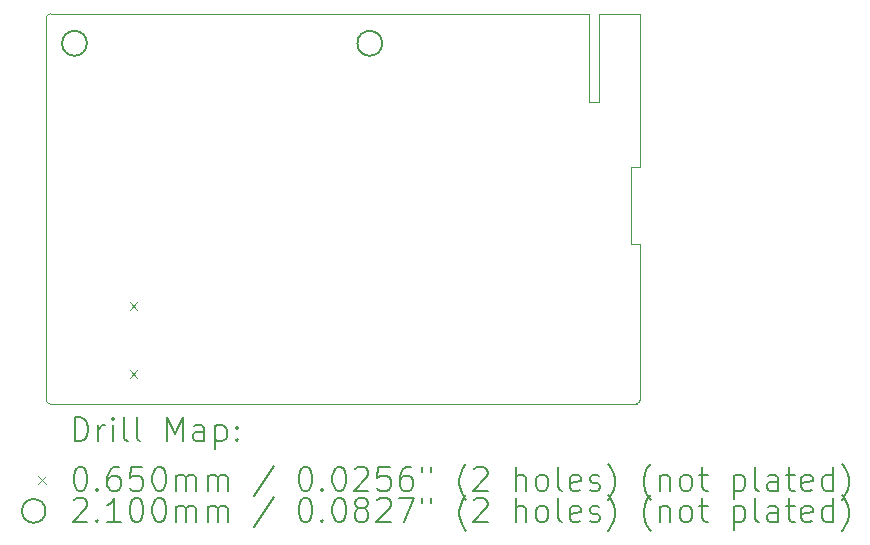
<source format=gbr>
%TF.GenerationSoftware,KiCad,Pcbnew,7.0.1-3b83917a11~172~ubuntu22.04.1*%
%TF.CreationDate,2023-04-25T14:52:25+02:00*%
%TF.ProjectId,sharp-lcd-128x128,73686172-702d-46c6-9364-2d3132387831,rev?*%
%TF.SameCoordinates,Original*%
%TF.FileFunction,Drillmap*%
%TF.FilePolarity,Positive*%
%FSLAX45Y45*%
G04 Gerber Fmt 4.5, Leading zero omitted, Abs format (unit mm)*
G04 Created by KiCad (PCBNEW 7.0.1-3b83917a11~172~ubuntu22.04.1) date 2023-04-25 14:52:25*
%MOMM*%
%LPD*%
G01*
G04 APERTURE LIST*
%ADD10C,0.100000*%
%ADD11C,0.200000*%
%ADD12C,0.065000*%
%ADD13C,0.210000*%
G04 APERTURE END LIST*
D10*
X7230000Y-6250000D02*
X12198787Y-6250000D01*
X7240000Y-2950000D02*
G75*
G03*
X7200000Y-2990000I0J-40000D01*
G01*
X12229000Y-2950000D02*
X12229000Y-4250000D01*
X12229000Y-2950000D02*
X11880000Y-2950000D01*
X7200000Y-2990000D02*
X7200000Y-6220000D01*
X12229000Y-4900000D02*
X12229000Y-6220000D01*
X11880000Y-3700000D02*
X11880000Y-2950000D01*
X12150000Y-4250000D02*
X12150000Y-4900000D01*
X11880000Y-3700000D02*
X11800000Y-3700000D01*
X12198787Y-6249787D02*
G75*
G03*
X12228787Y-6219787I3J29997D01*
G01*
X7200000Y-6220000D02*
G75*
G03*
X7230000Y-6250000I30000J0D01*
G01*
X12150000Y-4900000D02*
X12229000Y-4900000D01*
X12150000Y-4250000D02*
X12229000Y-4250000D01*
X11800000Y-2950000D02*
X7240000Y-2950000D01*
X11800000Y-3700000D02*
X11800000Y-2950000D01*
D11*
D12*
X7907500Y-5391000D02*
X7972500Y-5456000D01*
X7972500Y-5391000D02*
X7907500Y-5456000D01*
X7907500Y-5969000D02*
X7972500Y-6034000D01*
X7972500Y-5969000D02*
X7907500Y-6034000D01*
D13*
X7545000Y-3200000D02*
G75*
G03*
X7545000Y-3200000I-105000J0D01*
G01*
X10045000Y-3200000D02*
G75*
G03*
X10045000Y-3200000I-105000J0D01*
G01*
D11*
X7442619Y-6567524D02*
X7442619Y-6367524D01*
X7442619Y-6367524D02*
X7490238Y-6367524D01*
X7490238Y-6367524D02*
X7518809Y-6377048D01*
X7518809Y-6377048D02*
X7537857Y-6396095D01*
X7537857Y-6396095D02*
X7547381Y-6415143D01*
X7547381Y-6415143D02*
X7556905Y-6453238D01*
X7556905Y-6453238D02*
X7556905Y-6481809D01*
X7556905Y-6481809D02*
X7547381Y-6519905D01*
X7547381Y-6519905D02*
X7537857Y-6538952D01*
X7537857Y-6538952D02*
X7518809Y-6558000D01*
X7518809Y-6558000D02*
X7490238Y-6567524D01*
X7490238Y-6567524D02*
X7442619Y-6567524D01*
X7642619Y-6567524D02*
X7642619Y-6434190D01*
X7642619Y-6472286D02*
X7652143Y-6453238D01*
X7652143Y-6453238D02*
X7661667Y-6443714D01*
X7661667Y-6443714D02*
X7680714Y-6434190D01*
X7680714Y-6434190D02*
X7699762Y-6434190D01*
X7766428Y-6567524D02*
X7766428Y-6434190D01*
X7766428Y-6367524D02*
X7756905Y-6377048D01*
X7756905Y-6377048D02*
X7766428Y-6386571D01*
X7766428Y-6386571D02*
X7775952Y-6377048D01*
X7775952Y-6377048D02*
X7766428Y-6367524D01*
X7766428Y-6367524D02*
X7766428Y-6386571D01*
X7890238Y-6567524D02*
X7871190Y-6558000D01*
X7871190Y-6558000D02*
X7861667Y-6538952D01*
X7861667Y-6538952D02*
X7861667Y-6367524D01*
X7995000Y-6567524D02*
X7975952Y-6558000D01*
X7975952Y-6558000D02*
X7966428Y-6538952D01*
X7966428Y-6538952D02*
X7966428Y-6367524D01*
X8223571Y-6567524D02*
X8223571Y-6367524D01*
X8223571Y-6367524D02*
X8290238Y-6510381D01*
X8290238Y-6510381D02*
X8356905Y-6367524D01*
X8356905Y-6367524D02*
X8356905Y-6567524D01*
X8537857Y-6567524D02*
X8537857Y-6462762D01*
X8537857Y-6462762D02*
X8528333Y-6443714D01*
X8528333Y-6443714D02*
X8509286Y-6434190D01*
X8509286Y-6434190D02*
X8471190Y-6434190D01*
X8471190Y-6434190D02*
X8452143Y-6443714D01*
X8537857Y-6558000D02*
X8518810Y-6567524D01*
X8518810Y-6567524D02*
X8471190Y-6567524D01*
X8471190Y-6567524D02*
X8452143Y-6558000D01*
X8452143Y-6558000D02*
X8442619Y-6538952D01*
X8442619Y-6538952D02*
X8442619Y-6519905D01*
X8442619Y-6519905D02*
X8452143Y-6500857D01*
X8452143Y-6500857D02*
X8471190Y-6491333D01*
X8471190Y-6491333D02*
X8518810Y-6491333D01*
X8518810Y-6491333D02*
X8537857Y-6481809D01*
X8633095Y-6434190D02*
X8633095Y-6634190D01*
X8633095Y-6443714D02*
X8652143Y-6434190D01*
X8652143Y-6434190D02*
X8690238Y-6434190D01*
X8690238Y-6434190D02*
X8709286Y-6443714D01*
X8709286Y-6443714D02*
X8718810Y-6453238D01*
X8718810Y-6453238D02*
X8728333Y-6472286D01*
X8728333Y-6472286D02*
X8728333Y-6529428D01*
X8728333Y-6529428D02*
X8718810Y-6548476D01*
X8718810Y-6548476D02*
X8709286Y-6558000D01*
X8709286Y-6558000D02*
X8690238Y-6567524D01*
X8690238Y-6567524D02*
X8652143Y-6567524D01*
X8652143Y-6567524D02*
X8633095Y-6558000D01*
X8814048Y-6548476D02*
X8823571Y-6558000D01*
X8823571Y-6558000D02*
X8814048Y-6567524D01*
X8814048Y-6567524D02*
X8804524Y-6558000D01*
X8804524Y-6558000D02*
X8814048Y-6548476D01*
X8814048Y-6548476D02*
X8814048Y-6567524D01*
X8814048Y-6443714D02*
X8823571Y-6453238D01*
X8823571Y-6453238D02*
X8814048Y-6462762D01*
X8814048Y-6462762D02*
X8804524Y-6453238D01*
X8804524Y-6453238D02*
X8814048Y-6443714D01*
X8814048Y-6443714D02*
X8814048Y-6462762D01*
D12*
X7130000Y-6862500D02*
X7195000Y-6927500D01*
X7195000Y-6862500D02*
X7130000Y-6927500D01*
D11*
X7480714Y-6787524D02*
X7499762Y-6787524D01*
X7499762Y-6787524D02*
X7518809Y-6797048D01*
X7518809Y-6797048D02*
X7528333Y-6806571D01*
X7528333Y-6806571D02*
X7537857Y-6825619D01*
X7537857Y-6825619D02*
X7547381Y-6863714D01*
X7547381Y-6863714D02*
X7547381Y-6911333D01*
X7547381Y-6911333D02*
X7537857Y-6949428D01*
X7537857Y-6949428D02*
X7528333Y-6968476D01*
X7528333Y-6968476D02*
X7518809Y-6978000D01*
X7518809Y-6978000D02*
X7499762Y-6987524D01*
X7499762Y-6987524D02*
X7480714Y-6987524D01*
X7480714Y-6987524D02*
X7461667Y-6978000D01*
X7461667Y-6978000D02*
X7452143Y-6968476D01*
X7452143Y-6968476D02*
X7442619Y-6949428D01*
X7442619Y-6949428D02*
X7433095Y-6911333D01*
X7433095Y-6911333D02*
X7433095Y-6863714D01*
X7433095Y-6863714D02*
X7442619Y-6825619D01*
X7442619Y-6825619D02*
X7452143Y-6806571D01*
X7452143Y-6806571D02*
X7461667Y-6797048D01*
X7461667Y-6797048D02*
X7480714Y-6787524D01*
X7633095Y-6968476D02*
X7642619Y-6978000D01*
X7642619Y-6978000D02*
X7633095Y-6987524D01*
X7633095Y-6987524D02*
X7623571Y-6978000D01*
X7623571Y-6978000D02*
X7633095Y-6968476D01*
X7633095Y-6968476D02*
X7633095Y-6987524D01*
X7814048Y-6787524D02*
X7775952Y-6787524D01*
X7775952Y-6787524D02*
X7756905Y-6797048D01*
X7756905Y-6797048D02*
X7747381Y-6806571D01*
X7747381Y-6806571D02*
X7728333Y-6835143D01*
X7728333Y-6835143D02*
X7718809Y-6873238D01*
X7718809Y-6873238D02*
X7718809Y-6949428D01*
X7718809Y-6949428D02*
X7728333Y-6968476D01*
X7728333Y-6968476D02*
X7737857Y-6978000D01*
X7737857Y-6978000D02*
X7756905Y-6987524D01*
X7756905Y-6987524D02*
X7795000Y-6987524D01*
X7795000Y-6987524D02*
X7814048Y-6978000D01*
X7814048Y-6978000D02*
X7823571Y-6968476D01*
X7823571Y-6968476D02*
X7833095Y-6949428D01*
X7833095Y-6949428D02*
X7833095Y-6901809D01*
X7833095Y-6901809D02*
X7823571Y-6882762D01*
X7823571Y-6882762D02*
X7814048Y-6873238D01*
X7814048Y-6873238D02*
X7795000Y-6863714D01*
X7795000Y-6863714D02*
X7756905Y-6863714D01*
X7756905Y-6863714D02*
X7737857Y-6873238D01*
X7737857Y-6873238D02*
X7728333Y-6882762D01*
X7728333Y-6882762D02*
X7718809Y-6901809D01*
X8014048Y-6787524D02*
X7918809Y-6787524D01*
X7918809Y-6787524D02*
X7909286Y-6882762D01*
X7909286Y-6882762D02*
X7918809Y-6873238D01*
X7918809Y-6873238D02*
X7937857Y-6863714D01*
X7937857Y-6863714D02*
X7985476Y-6863714D01*
X7985476Y-6863714D02*
X8004524Y-6873238D01*
X8004524Y-6873238D02*
X8014048Y-6882762D01*
X8014048Y-6882762D02*
X8023571Y-6901809D01*
X8023571Y-6901809D02*
X8023571Y-6949428D01*
X8023571Y-6949428D02*
X8014048Y-6968476D01*
X8014048Y-6968476D02*
X8004524Y-6978000D01*
X8004524Y-6978000D02*
X7985476Y-6987524D01*
X7985476Y-6987524D02*
X7937857Y-6987524D01*
X7937857Y-6987524D02*
X7918809Y-6978000D01*
X7918809Y-6978000D02*
X7909286Y-6968476D01*
X8147381Y-6787524D02*
X8166429Y-6787524D01*
X8166429Y-6787524D02*
X8185476Y-6797048D01*
X8185476Y-6797048D02*
X8195000Y-6806571D01*
X8195000Y-6806571D02*
X8204524Y-6825619D01*
X8204524Y-6825619D02*
X8214048Y-6863714D01*
X8214048Y-6863714D02*
X8214048Y-6911333D01*
X8214048Y-6911333D02*
X8204524Y-6949428D01*
X8204524Y-6949428D02*
X8195000Y-6968476D01*
X8195000Y-6968476D02*
X8185476Y-6978000D01*
X8185476Y-6978000D02*
X8166429Y-6987524D01*
X8166429Y-6987524D02*
X8147381Y-6987524D01*
X8147381Y-6987524D02*
X8128333Y-6978000D01*
X8128333Y-6978000D02*
X8118809Y-6968476D01*
X8118809Y-6968476D02*
X8109286Y-6949428D01*
X8109286Y-6949428D02*
X8099762Y-6911333D01*
X8099762Y-6911333D02*
X8099762Y-6863714D01*
X8099762Y-6863714D02*
X8109286Y-6825619D01*
X8109286Y-6825619D02*
X8118809Y-6806571D01*
X8118809Y-6806571D02*
X8128333Y-6797048D01*
X8128333Y-6797048D02*
X8147381Y-6787524D01*
X8299762Y-6987524D02*
X8299762Y-6854190D01*
X8299762Y-6873238D02*
X8309286Y-6863714D01*
X8309286Y-6863714D02*
X8328333Y-6854190D01*
X8328333Y-6854190D02*
X8356905Y-6854190D01*
X8356905Y-6854190D02*
X8375952Y-6863714D01*
X8375952Y-6863714D02*
X8385476Y-6882762D01*
X8385476Y-6882762D02*
X8385476Y-6987524D01*
X8385476Y-6882762D02*
X8395000Y-6863714D01*
X8395000Y-6863714D02*
X8414048Y-6854190D01*
X8414048Y-6854190D02*
X8442619Y-6854190D01*
X8442619Y-6854190D02*
X8461667Y-6863714D01*
X8461667Y-6863714D02*
X8471191Y-6882762D01*
X8471191Y-6882762D02*
X8471191Y-6987524D01*
X8566429Y-6987524D02*
X8566429Y-6854190D01*
X8566429Y-6873238D02*
X8575952Y-6863714D01*
X8575952Y-6863714D02*
X8595000Y-6854190D01*
X8595000Y-6854190D02*
X8623572Y-6854190D01*
X8623572Y-6854190D02*
X8642619Y-6863714D01*
X8642619Y-6863714D02*
X8652143Y-6882762D01*
X8652143Y-6882762D02*
X8652143Y-6987524D01*
X8652143Y-6882762D02*
X8661667Y-6863714D01*
X8661667Y-6863714D02*
X8680714Y-6854190D01*
X8680714Y-6854190D02*
X8709286Y-6854190D01*
X8709286Y-6854190D02*
X8728333Y-6863714D01*
X8728333Y-6863714D02*
X8737857Y-6882762D01*
X8737857Y-6882762D02*
X8737857Y-6987524D01*
X9128333Y-6778000D02*
X8956905Y-7035143D01*
X9385476Y-6787524D02*
X9404524Y-6787524D01*
X9404524Y-6787524D02*
X9423572Y-6797048D01*
X9423572Y-6797048D02*
X9433095Y-6806571D01*
X9433095Y-6806571D02*
X9442619Y-6825619D01*
X9442619Y-6825619D02*
X9452143Y-6863714D01*
X9452143Y-6863714D02*
X9452143Y-6911333D01*
X9452143Y-6911333D02*
X9442619Y-6949428D01*
X9442619Y-6949428D02*
X9433095Y-6968476D01*
X9433095Y-6968476D02*
X9423572Y-6978000D01*
X9423572Y-6978000D02*
X9404524Y-6987524D01*
X9404524Y-6987524D02*
X9385476Y-6987524D01*
X9385476Y-6987524D02*
X9366429Y-6978000D01*
X9366429Y-6978000D02*
X9356905Y-6968476D01*
X9356905Y-6968476D02*
X9347381Y-6949428D01*
X9347381Y-6949428D02*
X9337857Y-6911333D01*
X9337857Y-6911333D02*
X9337857Y-6863714D01*
X9337857Y-6863714D02*
X9347381Y-6825619D01*
X9347381Y-6825619D02*
X9356905Y-6806571D01*
X9356905Y-6806571D02*
X9366429Y-6797048D01*
X9366429Y-6797048D02*
X9385476Y-6787524D01*
X9537857Y-6968476D02*
X9547381Y-6978000D01*
X9547381Y-6978000D02*
X9537857Y-6987524D01*
X9537857Y-6987524D02*
X9528334Y-6978000D01*
X9528334Y-6978000D02*
X9537857Y-6968476D01*
X9537857Y-6968476D02*
X9537857Y-6987524D01*
X9671191Y-6787524D02*
X9690238Y-6787524D01*
X9690238Y-6787524D02*
X9709286Y-6797048D01*
X9709286Y-6797048D02*
X9718810Y-6806571D01*
X9718810Y-6806571D02*
X9728334Y-6825619D01*
X9728334Y-6825619D02*
X9737857Y-6863714D01*
X9737857Y-6863714D02*
X9737857Y-6911333D01*
X9737857Y-6911333D02*
X9728334Y-6949428D01*
X9728334Y-6949428D02*
X9718810Y-6968476D01*
X9718810Y-6968476D02*
X9709286Y-6978000D01*
X9709286Y-6978000D02*
X9690238Y-6987524D01*
X9690238Y-6987524D02*
X9671191Y-6987524D01*
X9671191Y-6987524D02*
X9652143Y-6978000D01*
X9652143Y-6978000D02*
X9642619Y-6968476D01*
X9642619Y-6968476D02*
X9633095Y-6949428D01*
X9633095Y-6949428D02*
X9623572Y-6911333D01*
X9623572Y-6911333D02*
X9623572Y-6863714D01*
X9623572Y-6863714D02*
X9633095Y-6825619D01*
X9633095Y-6825619D02*
X9642619Y-6806571D01*
X9642619Y-6806571D02*
X9652143Y-6797048D01*
X9652143Y-6797048D02*
X9671191Y-6787524D01*
X9814048Y-6806571D02*
X9823572Y-6797048D01*
X9823572Y-6797048D02*
X9842619Y-6787524D01*
X9842619Y-6787524D02*
X9890238Y-6787524D01*
X9890238Y-6787524D02*
X9909286Y-6797048D01*
X9909286Y-6797048D02*
X9918810Y-6806571D01*
X9918810Y-6806571D02*
X9928334Y-6825619D01*
X9928334Y-6825619D02*
X9928334Y-6844667D01*
X9928334Y-6844667D02*
X9918810Y-6873238D01*
X9918810Y-6873238D02*
X9804524Y-6987524D01*
X9804524Y-6987524D02*
X9928334Y-6987524D01*
X10109286Y-6787524D02*
X10014048Y-6787524D01*
X10014048Y-6787524D02*
X10004524Y-6882762D01*
X10004524Y-6882762D02*
X10014048Y-6873238D01*
X10014048Y-6873238D02*
X10033095Y-6863714D01*
X10033095Y-6863714D02*
X10080715Y-6863714D01*
X10080715Y-6863714D02*
X10099762Y-6873238D01*
X10099762Y-6873238D02*
X10109286Y-6882762D01*
X10109286Y-6882762D02*
X10118810Y-6901809D01*
X10118810Y-6901809D02*
X10118810Y-6949428D01*
X10118810Y-6949428D02*
X10109286Y-6968476D01*
X10109286Y-6968476D02*
X10099762Y-6978000D01*
X10099762Y-6978000D02*
X10080715Y-6987524D01*
X10080715Y-6987524D02*
X10033095Y-6987524D01*
X10033095Y-6987524D02*
X10014048Y-6978000D01*
X10014048Y-6978000D02*
X10004524Y-6968476D01*
X10290238Y-6787524D02*
X10252143Y-6787524D01*
X10252143Y-6787524D02*
X10233095Y-6797048D01*
X10233095Y-6797048D02*
X10223572Y-6806571D01*
X10223572Y-6806571D02*
X10204524Y-6835143D01*
X10204524Y-6835143D02*
X10195000Y-6873238D01*
X10195000Y-6873238D02*
X10195000Y-6949428D01*
X10195000Y-6949428D02*
X10204524Y-6968476D01*
X10204524Y-6968476D02*
X10214048Y-6978000D01*
X10214048Y-6978000D02*
X10233095Y-6987524D01*
X10233095Y-6987524D02*
X10271191Y-6987524D01*
X10271191Y-6987524D02*
X10290238Y-6978000D01*
X10290238Y-6978000D02*
X10299762Y-6968476D01*
X10299762Y-6968476D02*
X10309286Y-6949428D01*
X10309286Y-6949428D02*
X10309286Y-6901809D01*
X10309286Y-6901809D02*
X10299762Y-6882762D01*
X10299762Y-6882762D02*
X10290238Y-6873238D01*
X10290238Y-6873238D02*
X10271191Y-6863714D01*
X10271191Y-6863714D02*
X10233095Y-6863714D01*
X10233095Y-6863714D02*
X10214048Y-6873238D01*
X10214048Y-6873238D02*
X10204524Y-6882762D01*
X10204524Y-6882762D02*
X10195000Y-6901809D01*
X10385476Y-6787524D02*
X10385476Y-6825619D01*
X10461667Y-6787524D02*
X10461667Y-6825619D01*
X10756905Y-7063714D02*
X10747381Y-7054190D01*
X10747381Y-7054190D02*
X10728334Y-7025619D01*
X10728334Y-7025619D02*
X10718810Y-7006571D01*
X10718810Y-7006571D02*
X10709286Y-6978000D01*
X10709286Y-6978000D02*
X10699762Y-6930381D01*
X10699762Y-6930381D02*
X10699762Y-6892286D01*
X10699762Y-6892286D02*
X10709286Y-6844667D01*
X10709286Y-6844667D02*
X10718810Y-6816095D01*
X10718810Y-6816095D02*
X10728334Y-6797048D01*
X10728334Y-6797048D02*
X10747381Y-6768476D01*
X10747381Y-6768476D02*
X10756905Y-6758952D01*
X10823572Y-6806571D02*
X10833096Y-6797048D01*
X10833096Y-6797048D02*
X10852143Y-6787524D01*
X10852143Y-6787524D02*
X10899762Y-6787524D01*
X10899762Y-6787524D02*
X10918810Y-6797048D01*
X10918810Y-6797048D02*
X10928334Y-6806571D01*
X10928334Y-6806571D02*
X10937857Y-6825619D01*
X10937857Y-6825619D02*
X10937857Y-6844667D01*
X10937857Y-6844667D02*
X10928334Y-6873238D01*
X10928334Y-6873238D02*
X10814048Y-6987524D01*
X10814048Y-6987524D02*
X10937857Y-6987524D01*
X11175953Y-6987524D02*
X11175953Y-6787524D01*
X11261667Y-6987524D02*
X11261667Y-6882762D01*
X11261667Y-6882762D02*
X11252143Y-6863714D01*
X11252143Y-6863714D02*
X11233096Y-6854190D01*
X11233096Y-6854190D02*
X11204524Y-6854190D01*
X11204524Y-6854190D02*
X11185476Y-6863714D01*
X11185476Y-6863714D02*
X11175953Y-6873238D01*
X11385476Y-6987524D02*
X11366429Y-6978000D01*
X11366429Y-6978000D02*
X11356905Y-6968476D01*
X11356905Y-6968476D02*
X11347381Y-6949428D01*
X11347381Y-6949428D02*
X11347381Y-6892286D01*
X11347381Y-6892286D02*
X11356905Y-6873238D01*
X11356905Y-6873238D02*
X11366429Y-6863714D01*
X11366429Y-6863714D02*
X11385476Y-6854190D01*
X11385476Y-6854190D02*
X11414048Y-6854190D01*
X11414048Y-6854190D02*
X11433096Y-6863714D01*
X11433096Y-6863714D02*
X11442619Y-6873238D01*
X11442619Y-6873238D02*
X11452143Y-6892286D01*
X11452143Y-6892286D02*
X11452143Y-6949428D01*
X11452143Y-6949428D02*
X11442619Y-6968476D01*
X11442619Y-6968476D02*
X11433096Y-6978000D01*
X11433096Y-6978000D02*
X11414048Y-6987524D01*
X11414048Y-6987524D02*
X11385476Y-6987524D01*
X11566429Y-6987524D02*
X11547381Y-6978000D01*
X11547381Y-6978000D02*
X11537857Y-6958952D01*
X11537857Y-6958952D02*
X11537857Y-6787524D01*
X11718810Y-6978000D02*
X11699762Y-6987524D01*
X11699762Y-6987524D02*
X11661667Y-6987524D01*
X11661667Y-6987524D02*
X11642619Y-6978000D01*
X11642619Y-6978000D02*
X11633096Y-6958952D01*
X11633096Y-6958952D02*
X11633096Y-6882762D01*
X11633096Y-6882762D02*
X11642619Y-6863714D01*
X11642619Y-6863714D02*
X11661667Y-6854190D01*
X11661667Y-6854190D02*
X11699762Y-6854190D01*
X11699762Y-6854190D02*
X11718810Y-6863714D01*
X11718810Y-6863714D02*
X11728334Y-6882762D01*
X11728334Y-6882762D02*
X11728334Y-6901809D01*
X11728334Y-6901809D02*
X11633096Y-6920857D01*
X11804524Y-6978000D02*
X11823572Y-6987524D01*
X11823572Y-6987524D02*
X11861667Y-6987524D01*
X11861667Y-6987524D02*
X11880715Y-6978000D01*
X11880715Y-6978000D02*
X11890238Y-6958952D01*
X11890238Y-6958952D02*
X11890238Y-6949428D01*
X11890238Y-6949428D02*
X11880715Y-6930381D01*
X11880715Y-6930381D02*
X11861667Y-6920857D01*
X11861667Y-6920857D02*
X11833096Y-6920857D01*
X11833096Y-6920857D02*
X11814048Y-6911333D01*
X11814048Y-6911333D02*
X11804524Y-6892286D01*
X11804524Y-6892286D02*
X11804524Y-6882762D01*
X11804524Y-6882762D02*
X11814048Y-6863714D01*
X11814048Y-6863714D02*
X11833096Y-6854190D01*
X11833096Y-6854190D02*
X11861667Y-6854190D01*
X11861667Y-6854190D02*
X11880715Y-6863714D01*
X11956905Y-7063714D02*
X11966429Y-7054190D01*
X11966429Y-7054190D02*
X11985477Y-7025619D01*
X11985477Y-7025619D02*
X11995000Y-7006571D01*
X11995000Y-7006571D02*
X12004524Y-6978000D01*
X12004524Y-6978000D02*
X12014048Y-6930381D01*
X12014048Y-6930381D02*
X12014048Y-6892286D01*
X12014048Y-6892286D02*
X12004524Y-6844667D01*
X12004524Y-6844667D02*
X11995000Y-6816095D01*
X11995000Y-6816095D02*
X11985477Y-6797048D01*
X11985477Y-6797048D02*
X11966429Y-6768476D01*
X11966429Y-6768476D02*
X11956905Y-6758952D01*
X12318810Y-7063714D02*
X12309286Y-7054190D01*
X12309286Y-7054190D02*
X12290238Y-7025619D01*
X12290238Y-7025619D02*
X12280715Y-7006571D01*
X12280715Y-7006571D02*
X12271191Y-6978000D01*
X12271191Y-6978000D02*
X12261667Y-6930381D01*
X12261667Y-6930381D02*
X12261667Y-6892286D01*
X12261667Y-6892286D02*
X12271191Y-6844667D01*
X12271191Y-6844667D02*
X12280715Y-6816095D01*
X12280715Y-6816095D02*
X12290238Y-6797048D01*
X12290238Y-6797048D02*
X12309286Y-6768476D01*
X12309286Y-6768476D02*
X12318810Y-6758952D01*
X12395000Y-6854190D02*
X12395000Y-6987524D01*
X12395000Y-6873238D02*
X12404524Y-6863714D01*
X12404524Y-6863714D02*
X12423572Y-6854190D01*
X12423572Y-6854190D02*
X12452143Y-6854190D01*
X12452143Y-6854190D02*
X12471191Y-6863714D01*
X12471191Y-6863714D02*
X12480715Y-6882762D01*
X12480715Y-6882762D02*
X12480715Y-6987524D01*
X12604524Y-6987524D02*
X12585477Y-6978000D01*
X12585477Y-6978000D02*
X12575953Y-6968476D01*
X12575953Y-6968476D02*
X12566429Y-6949428D01*
X12566429Y-6949428D02*
X12566429Y-6892286D01*
X12566429Y-6892286D02*
X12575953Y-6873238D01*
X12575953Y-6873238D02*
X12585477Y-6863714D01*
X12585477Y-6863714D02*
X12604524Y-6854190D01*
X12604524Y-6854190D02*
X12633096Y-6854190D01*
X12633096Y-6854190D02*
X12652143Y-6863714D01*
X12652143Y-6863714D02*
X12661667Y-6873238D01*
X12661667Y-6873238D02*
X12671191Y-6892286D01*
X12671191Y-6892286D02*
X12671191Y-6949428D01*
X12671191Y-6949428D02*
X12661667Y-6968476D01*
X12661667Y-6968476D02*
X12652143Y-6978000D01*
X12652143Y-6978000D02*
X12633096Y-6987524D01*
X12633096Y-6987524D02*
X12604524Y-6987524D01*
X12728334Y-6854190D02*
X12804524Y-6854190D01*
X12756905Y-6787524D02*
X12756905Y-6958952D01*
X12756905Y-6958952D02*
X12766429Y-6978000D01*
X12766429Y-6978000D02*
X12785477Y-6987524D01*
X12785477Y-6987524D02*
X12804524Y-6987524D01*
X13023572Y-6854190D02*
X13023572Y-7054190D01*
X13023572Y-6863714D02*
X13042619Y-6854190D01*
X13042619Y-6854190D02*
X13080715Y-6854190D01*
X13080715Y-6854190D02*
X13099762Y-6863714D01*
X13099762Y-6863714D02*
X13109286Y-6873238D01*
X13109286Y-6873238D02*
X13118810Y-6892286D01*
X13118810Y-6892286D02*
X13118810Y-6949428D01*
X13118810Y-6949428D02*
X13109286Y-6968476D01*
X13109286Y-6968476D02*
X13099762Y-6978000D01*
X13099762Y-6978000D02*
X13080715Y-6987524D01*
X13080715Y-6987524D02*
X13042619Y-6987524D01*
X13042619Y-6987524D02*
X13023572Y-6978000D01*
X13233096Y-6987524D02*
X13214048Y-6978000D01*
X13214048Y-6978000D02*
X13204524Y-6958952D01*
X13204524Y-6958952D02*
X13204524Y-6787524D01*
X13395000Y-6987524D02*
X13395000Y-6882762D01*
X13395000Y-6882762D02*
X13385477Y-6863714D01*
X13385477Y-6863714D02*
X13366429Y-6854190D01*
X13366429Y-6854190D02*
X13328334Y-6854190D01*
X13328334Y-6854190D02*
X13309286Y-6863714D01*
X13395000Y-6978000D02*
X13375953Y-6987524D01*
X13375953Y-6987524D02*
X13328334Y-6987524D01*
X13328334Y-6987524D02*
X13309286Y-6978000D01*
X13309286Y-6978000D02*
X13299762Y-6958952D01*
X13299762Y-6958952D02*
X13299762Y-6939905D01*
X13299762Y-6939905D02*
X13309286Y-6920857D01*
X13309286Y-6920857D02*
X13328334Y-6911333D01*
X13328334Y-6911333D02*
X13375953Y-6911333D01*
X13375953Y-6911333D02*
X13395000Y-6901809D01*
X13461667Y-6854190D02*
X13537858Y-6854190D01*
X13490239Y-6787524D02*
X13490239Y-6958952D01*
X13490239Y-6958952D02*
X13499762Y-6978000D01*
X13499762Y-6978000D02*
X13518810Y-6987524D01*
X13518810Y-6987524D02*
X13537858Y-6987524D01*
X13680715Y-6978000D02*
X13661667Y-6987524D01*
X13661667Y-6987524D02*
X13623572Y-6987524D01*
X13623572Y-6987524D02*
X13604524Y-6978000D01*
X13604524Y-6978000D02*
X13595000Y-6958952D01*
X13595000Y-6958952D02*
X13595000Y-6882762D01*
X13595000Y-6882762D02*
X13604524Y-6863714D01*
X13604524Y-6863714D02*
X13623572Y-6854190D01*
X13623572Y-6854190D02*
X13661667Y-6854190D01*
X13661667Y-6854190D02*
X13680715Y-6863714D01*
X13680715Y-6863714D02*
X13690239Y-6882762D01*
X13690239Y-6882762D02*
X13690239Y-6901809D01*
X13690239Y-6901809D02*
X13595000Y-6920857D01*
X13861667Y-6987524D02*
X13861667Y-6787524D01*
X13861667Y-6978000D02*
X13842620Y-6987524D01*
X13842620Y-6987524D02*
X13804524Y-6987524D01*
X13804524Y-6987524D02*
X13785477Y-6978000D01*
X13785477Y-6978000D02*
X13775953Y-6968476D01*
X13775953Y-6968476D02*
X13766429Y-6949428D01*
X13766429Y-6949428D02*
X13766429Y-6892286D01*
X13766429Y-6892286D02*
X13775953Y-6873238D01*
X13775953Y-6873238D02*
X13785477Y-6863714D01*
X13785477Y-6863714D02*
X13804524Y-6854190D01*
X13804524Y-6854190D02*
X13842620Y-6854190D01*
X13842620Y-6854190D02*
X13861667Y-6863714D01*
X13937858Y-7063714D02*
X13947381Y-7054190D01*
X13947381Y-7054190D02*
X13966429Y-7025619D01*
X13966429Y-7025619D02*
X13975953Y-7006571D01*
X13975953Y-7006571D02*
X13985477Y-6978000D01*
X13985477Y-6978000D02*
X13995000Y-6930381D01*
X13995000Y-6930381D02*
X13995000Y-6892286D01*
X13995000Y-6892286D02*
X13985477Y-6844667D01*
X13985477Y-6844667D02*
X13975953Y-6816095D01*
X13975953Y-6816095D02*
X13966429Y-6797048D01*
X13966429Y-6797048D02*
X13947381Y-6768476D01*
X13947381Y-6768476D02*
X13937858Y-6758952D01*
X7195000Y-7159000D02*
G75*
G03*
X7195000Y-7159000I-100000J0D01*
G01*
X7433095Y-7070571D02*
X7442619Y-7061048D01*
X7442619Y-7061048D02*
X7461667Y-7051524D01*
X7461667Y-7051524D02*
X7509286Y-7051524D01*
X7509286Y-7051524D02*
X7528333Y-7061048D01*
X7528333Y-7061048D02*
X7537857Y-7070571D01*
X7537857Y-7070571D02*
X7547381Y-7089619D01*
X7547381Y-7089619D02*
X7547381Y-7108667D01*
X7547381Y-7108667D02*
X7537857Y-7137238D01*
X7537857Y-7137238D02*
X7423571Y-7251524D01*
X7423571Y-7251524D02*
X7547381Y-7251524D01*
X7633095Y-7232476D02*
X7642619Y-7242000D01*
X7642619Y-7242000D02*
X7633095Y-7251524D01*
X7633095Y-7251524D02*
X7623571Y-7242000D01*
X7623571Y-7242000D02*
X7633095Y-7232476D01*
X7633095Y-7232476D02*
X7633095Y-7251524D01*
X7833095Y-7251524D02*
X7718809Y-7251524D01*
X7775952Y-7251524D02*
X7775952Y-7051524D01*
X7775952Y-7051524D02*
X7756905Y-7080095D01*
X7756905Y-7080095D02*
X7737857Y-7099143D01*
X7737857Y-7099143D02*
X7718809Y-7108667D01*
X7956905Y-7051524D02*
X7975952Y-7051524D01*
X7975952Y-7051524D02*
X7995000Y-7061048D01*
X7995000Y-7061048D02*
X8004524Y-7070571D01*
X8004524Y-7070571D02*
X8014048Y-7089619D01*
X8014048Y-7089619D02*
X8023571Y-7127714D01*
X8023571Y-7127714D02*
X8023571Y-7175333D01*
X8023571Y-7175333D02*
X8014048Y-7213428D01*
X8014048Y-7213428D02*
X8004524Y-7232476D01*
X8004524Y-7232476D02*
X7995000Y-7242000D01*
X7995000Y-7242000D02*
X7975952Y-7251524D01*
X7975952Y-7251524D02*
X7956905Y-7251524D01*
X7956905Y-7251524D02*
X7937857Y-7242000D01*
X7937857Y-7242000D02*
X7928333Y-7232476D01*
X7928333Y-7232476D02*
X7918809Y-7213428D01*
X7918809Y-7213428D02*
X7909286Y-7175333D01*
X7909286Y-7175333D02*
X7909286Y-7127714D01*
X7909286Y-7127714D02*
X7918809Y-7089619D01*
X7918809Y-7089619D02*
X7928333Y-7070571D01*
X7928333Y-7070571D02*
X7937857Y-7061048D01*
X7937857Y-7061048D02*
X7956905Y-7051524D01*
X8147381Y-7051524D02*
X8166429Y-7051524D01*
X8166429Y-7051524D02*
X8185476Y-7061048D01*
X8185476Y-7061048D02*
X8195000Y-7070571D01*
X8195000Y-7070571D02*
X8204524Y-7089619D01*
X8204524Y-7089619D02*
X8214048Y-7127714D01*
X8214048Y-7127714D02*
X8214048Y-7175333D01*
X8214048Y-7175333D02*
X8204524Y-7213428D01*
X8204524Y-7213428D02*
X8195000Y-7232476D01*
X8195000Y-7232476D02*
X8185476Y-7242000D01*
X8185476Y-7242000D02*
X8166429Y-7251524D01*
X8166429Y-7251524D02*
X8147381Y-7251524D01*
X8147381Y-7251524D02*
X8128333Y-7242000D01*
X8128333Y-7242000D02*
X8118809Y-7232476D01*
X8118809Y-7232476D02*
X8109286Y-7213428D01*
X8109286Y-7213428D02*
X8099762Y-7175333D01*
X8099762Y-7175333D02*
X8099762Y-7127714D01*
X8099762Y-7127714D02*
X8109286Y-7089619D01*
X8109286Y-7089619D02*
X8118809Y-7070571D01*
X8118809Y-7070571D02*
X8128333Y-7061048D01*
X8128333Y-7061048D02*
X8147381Y-7051524D01*
X8299762Y-7251524D02*
X8299762Y-7118190D01*
X8299762Y-7137238D02*
X8309286Y-7127714D01*
X8309286Y-7127714D02*
X8328333Y-7118190D01*
X8328333Y-7118190D02*
X8356905Y-7118190D01*
X8356905Y-7118190D02*
X8375952Y-7127714D01*
X8375952Y-7127714D02*
X8385476Y-7146762D01*
X8385476Y-7146762D02*
X8385476Y-7251524D01*
X8385476Y-7146762D02*
X8395000Y-7127714D01*
X8395000Y-7127714D02*
X8414048Y-7118190D01*
X8414048Y-7118190D02*
X8442619Y-7118190D01*
X8442619Y-7118190D02*
X8461667Y-7127714D01*
X8461667Y-7127714D02*
X8471191Y-7146762D01*
X8471191Y-7146762D02*
X8471191Y-7251524D01*
X8566429Y-7251524D02*
X8566429Y-7118190D01*
X8566429Y-7137238D02*
X8575952Y-7127714D01*
X8575952Y-7127714D02*
X8595000Y-7118190D01*
X8595000Y-7118190D02*
X8623572Y-7118190D01*
X8623572Y-7118190D02*
X8642619Y-7127714D01*
X8642619Y-7127714D02*
X8652143Y-7146762D01*
X8652143Y-7146762D02*
X8652143Y-7251524D01*
X8652143Y-7146762D02*
X8661667Y-7127714D01*
X8661667Y-7127714D02*
X8680714Y-7118190D01*
X8680714Y-7118190D02*
X8709286Y-7118190D01*
X8709286Y-7118190D02*
X8728333Y-7127714D01*
X8728333Y-7127714D02*
X8737857Y-7146762D01*
X8737857Y-7146762D02*
X8737857Y-7251524D01*
X9128333Y-7042000D02*
X8956905Y-7299143D01*
X9385476Y-7051524D02*
X9404524Y-7051524D01*
X9404524Y-7051524D02*
X9423572Y-7061048D01*
X9423572Y-7061048D02*
X9433095Y-7070571D01*
X9433095Y-7070571D02*
X9442619Y-7089619D01*
X9442619Y-7089619D02*
X9452143Y-7127714D01*
X9452143Y-7127714D02*
X9452143Y-7175333D01*
X9452143Y-7175333D02*
X9442619Y-7213428D01*
X9442619Y-7213428D02*
X9433095Y-7232476D01*
X9433095Y-7232476D02*
X9423572Y-7242000D01*
X9423572Y-7242000D02*
X9404524Y-7251524D01*
X9404524Y-7251524D02*
X9385476Y-7251524D01*
X9385476Y-7251524D02*
X9366429Y-7242000D01*
X9366429Y-7242000D02*
X9356905Y-7232476D01*
X9356905Y-7232476D02*
X9347381Y-7213428D01*
X9347381Y-7213428D02*
X9337857Y-7175333D01*
X9337857Y-7175333D02*
X9337857Y-7127714D01*
X9337857Y-7127714D02*
X9347381Y-7089619D01*
X9347381Y-7089619D02*
X9356905Y-7070571D01*
X9356905Y-7070571D02*
X9366429Y-7061048D01*
X9366429Y-7061048D02*
X9385476Y-7051524D01*
X9537857Y-7232476D02*
X9547381Y-7242000D01*
X9547381Y-7242000D02*
X9537857Y-7251524D01*
X9537857Y-7251524D02*
X9528334Y-7242000D01*
X9528334Y-7242000D02*
X9537857Y-7232476D01*
X9537857Y-7232476D02*
X9537857Y-7251524D01*
X9671191Y-7051524D02*
X9690238Y-7051524D01*
X9690238Y-7051524D02*
X9709286Y-7061048D01*
X9709286Y-7061048D02*
X9718810Y-7070571D01*
X9718810Y-7070571D02*
X9728334Y-7089619D01*
X9728334Y-7089619D02*
X9737857Y-7127714D01*
X9737857Y-7127714D02*
X9737857Y-7175333D01*
X9737857Y-7175333D02*
X9728334Y-7213428D01*
X9728334Y-7213428D02*
X9718810Y-7232476D01*
X9718810Y-7232476D02*
X9709286Y-7242000D01*
X9709286Y-7242000D02*
X9690238Y-7251524D01*
X9690238Y-7251524D02*
X9671191Y-7251524D01*
X9671191Y-7251524D02*
X9652143Y-7242000D01*
X9652143Y-7242000D02*
X9642619Y-7232476D01*
X9642619Y-7232476D02*
X9633095Y-7213428D01*
X9633095Y-7213428D02*
X9623572Y-7175333D01*
X9623572Y-7175333D02*
X9623572Y-7127714D01*
X9623572Y-7127714D02*
X9633095Y-7089619D01*
X9633095Y-7089619D02*
X9642619Y-7070571D01*
X9642619Y-7070571D02*
X9652143Y-7061048D01*
X9652143Y-7061048D02*
X9671191Y-7051524D01*
X9852143Y-7137238D02*
X9833095Y-7127714D01*
X9833095Y-7127714D02*
X9823572Y-7118190D01*
X9823572Y-7118190D02*
X9814048Y-7099143D01*
X9814048Y-7099143D02*
X9814048Y-7089619D01*
X9814048Y-7089619D02*
X9823572Y-7070571D01*
X9823572Y-7070571D02*
X9833095Y-7061048D01*
X9833095Y-7061048D02*
X9852143Y-7051524D01*
X9852143Y-7051524D02*
X9890238Y-7051524D01*
X9890238Y-7051524D02*
X9909286Y-7061048D01*
X9909286Y-7061048D02*
X9918810Y-7070571D01*
X9918810Y-7070571D02*
X9928334Y-7089619D01*
X9928334Y-7089619D02*
X9928334Y-7099143D01*
X9928334Y-7099143D02*
X9918810Y-7118190D01*
X9918810Y-7118190D02*
X9909286Y-7127714D01*
X9909286Y-7127714D02*
X9890238Y-7137238D01*
X9890238Y-7137238D02*
X9852143Y-7137238D01*
X9852143Y-7137238D02*
X9833095Y-7146762D01*
X9833095Y-7146762D02*
X9823572Y-7156286D01*
X9823572Y-7156286D02*
X9814048Y-7175333D01*
X9814048Y-7175333D02*
X9814048Y-7213428D01*
X9814048Y-7213428D02*
X9823572Y-7232476D01*
X9823572Y-7232476D02*
X9833095Y-7242000D01*
X9833095Y-7242000D02*
X9852143Y-7251524D01*
X9852143Y-7251524D02*
X9890238Y-7251524D01*
X9890238Y-7251524D02*
X9909286Y-7242000D01*
X9909286Y-7242000D02*
X9918810Y-7232476D01*
X9918810Y-7232476D02*
X9928334Y-7213428D01*
X9928334Y-7213428D02*
X9928334Y-7175333D01*
X9928334Y-7175333D02*
X9918810Y-7156286D01*
X9918810Y-7156286D02*
X9909286Y-7146762D01*
X9909286Y-7146762D02*
X9890238Y-7137238D01*
X10004524Y-7070571D02*
X10014048Y-7061048D01*
X10014048Y-7061048D02*
X10033095Y-7051524D01*
X10033095Y-7051524D02*
X10080715Y-7051524D01*
X10080715Y-7051524D02*
X10099762Y-7061048D01*
X10099762Y-7061048D02*
X10109286Y-7070571D01*
X10109286Y-7070571D02*
X10118810Y-7089619D01*
X10118810Y-7089619D02*
X10118810Y-7108667D01*
X10118810Y-7108667D02*
X10109286Y-7137238D01*
X10109286Y-7137238D02*
X9995000Y-7251524D01*
X9995000Y-7251524D02*
X10118810Y-7251524D01*
X10185476Y-7051524D02*
X10318810Y-7051524D01*
X10318810Y-7051524D02*
X10233095Y-7251524D01*
X10385476Y-7051524D02*
X10385476Y-7089619D01*
X10461667Y-7051524D02*
X10461667Y-7089619D01*
X10756905Y-7327714D02*
X10747381Y-7318190D01*
X10747381Y-7318190D02*
X10728334Y-7289619D01*
X10728334Y-7289619D02*
X10718810Y-7270571D01*
X10718810Y-7270571D02*
X10709286Y-7242000D01*
X10709286Y-7242000D02*
X10699762Y-7194381D01*
X10699762Y-7194381D02*
X10699762Y-7156286D01*
X10699762Y-7156286D02*
X10709286Y-7108667D01*
X10709286Y-7108667D02*
X10718810Y-7080095D01*
X10718810Y-7080095D02*
X10728334Y-7061048D01*
X10728334Y-7061048D02*
X10747381Y-7032476D01*
X10747381Y-7032476D02*
X10756905Y-7022952D01*
X10823572Y-7070571D02*
X10833096Y-7061048D01*
X10833096Y-7061048D02*
X10852143Y-7051524D01*
X10852143Y-7051524D02*
X10899762Y-7051524D01*
X10899762Y-7051524D02*
X10918810Y-7061048D01*
X10918810Y-7061048D02*
X10928334Y-7070571D01*
X10928334Y-7070571D02*
X10937857Y-7089619D01*
X10937857Y-7089619D02*
X10937857Y-7108667D01*
X10937857Y-7108667D02*
X10928334Y-7137238D01*
X10928334Y-7137238D02*
X10814048Y-7251524D01*
X10814048Y-7251524D02*
X10937857Y-7251524D01*
X11175953Y-7251524D02*
X11175953Y-7051524D01*
X11261667Y-7251524D02*
X11261667Y-7146762D01*
X11261667Y-7146762D02*
X11252143Y-7127714D01*
X11252143Y-7127714D02*
X11233096Y-7118190D01*
X11233096Y-7118190D02*
X11204524Y-7118190D01*
X11204524Y-7118190D02*
X11185476Y-7127714D01*
X11185476Y-7127714D02*
X11175953Y-7137238D01*
X11385476Y-7251524D02*
X11366429Y-7242000D01*
X11366429Y-7242000D02*
X11356905Y-7232476D01*
X11356905Y-7232476D02*
X11347381Y-7213428D01*
X11347381Y-7213428D02*
X11347381Y-7156286D01*
X11347381Y-7156286D02*
X11356905Y-7137238D01*
X11356905Y-7137238D02*
X11366429Y-7127714D01*
X11366429Y-7127714D02*
X11385476Y-7118190D01*
X11385476Y-7118190D02*
X11414048Y-7118190D01*
X11414048Y-7118190D02*
X11433096Y-7127714D01*
X11433096Y-7127714D02*
X11442619Y-7137238D01*
X11442619Y-7137238D02*
X11452143Y-7156286D01*
X11452143Y-7156286D02*
X11452143Y-7213428D01*
X11452143Y-7213428D02*
X11442619Y-7232476D01*
X11442619Y-7232476D02*
X11433096Y-7242000D01*
X11433096Y-7242000D02*
X11414048Y-7251524D01*
X11414048Y-7251524D02*
X11385476Y-7251524D01*
X11566429Y-7251524D02*
X11547381Y-7242000D01*
X11547381Y-7242000D02*
X11537857Y-7222952D01*
X11537857Y-7222952D02*
X11537857Y-7051524D01*
X11718810Y-7242000D02*
X11699762Y-7251524D01*
X11699762Y-7251524D02*
X11661667Y-7251524D01*
X11661667Y-7251524D02*
X11642619Y-7242000D01*
X11642619Y-7242000D02*
X11633096Y-7222952D01*
X11633096Y-7222952D02*
X11633096Y-7146762D01*
X11633096Y-7146762D02*
X11642619Y-7127714D01*
X11642619Y-7127714D02*
X11661667Y-7118190D01*
X11661667Y-7118190D02*
X11699762Y-7118190D01*
X11699762Y-7118190D02*
X11718810Y-7127714D01*
X11718810Y-7127714D02*
X11728334Y-7146762D01*
X11728334Y-7146762D02*
X11728334Y-7165809D01*
X11728334Y-7165809D02*
X11633096Y-7184857D01*
X11804524Y-7242000D02*
X11823572Y-7251524D01*
X11823572Y-7251524D02*
X11861667Y-7251524D01*
X11861667Y-7251524D02*
X11880715Y-7242000D01*
X11880715Y-7242000D02*
X11890238Y-7222952D01*
X11890238Y-7222952D02*
X11890238Y-7213428D01*
X11890238Y-7213428D02*
X11880715Y-7194381D01*
X11880715Y-7194381D02*
X11861667Y-7184857D01*
X11861667Y-7184857D02*
X11833096Y-7184857D01*
X11833096Y-7184857D02*
X11814048Y-7175333D01*
X11814048Y-7175333D02*
X11804524Y-7156286D01*
X11804524Y-7156286D02*
X11804524Y-7146762D01*
X11804524Y-7146762D02*
X11814048Y-7127714D01*
X11814048Y-7127714D02*
X11833096Y-7118190D01*
X11833096Y-7118190D02*
X11861667Y-7118190D01*
X11861667Y-7118190D02*
X11880715Y-7127714D01*
X11956905Y-7327714D02*
X11966429Y-7318190D01*
X11966429Y-7318190D02*
X11985477Y-7289619D01*
X11985477Y-7289619D02*
X11995000Y-7270571D01*
X11995000Y-7270571D02*
X12004524Y-7242000D01*
X12004524Y-7242000D02*
X12014048Y-7194381D01*
X12014048Y-7194381D02*
X12014048Y-7156286D01*
X12014048Y-7156286D02*
X12004524Y-7108667D01*
X12004524Y-7108667D02*
X11995000Y-7080095D01*
X11995000Y-7080095D02*
X11985477Y-7061048D01*
X11985477Y-7061048D02*
X11966429Y-7032476D01*
X11966429Y-7032476D02*
X11956905Y-7022952D01*
X12318810Y-7327714D02*
X12309286Y-7318190D01*
X12309286Y-7318190D02*
X12290238Y-7289619D01*
X12290238Y-7289619D02*
X12280715Y-7270571D01*
X12280715Y-7270571D02*
X12271191Y-7242000D01*
X12271191Y-7242000D02*
X12261667Y-7194381D01*
X12261667Y-7194381D02*
X12261667Y-7156286D01*
X12261667Y-7156286D02*
X12271191Y-7108667D01*
X12271191Y-7108667D02*
X12280715Y-7080095D01*
X12280715Y-7080095D02*
X12290238Y-7061048D01*
X12290238Y-7061048D02*
X12309286Y-7032476D01*
X12309286Y-7032476D02*
X12318810Y-7022952D01*
X12395000Y-7118190D02*
X12395000Y-7251524D01*
X12395000Y-7137238D02*
X12404524Y-7127714D01*
X12404524Y-7127714D02*
X12423572Y-7118190D01*
X12423572Y-7118190D02*
X12452143Y-7118190D01*
X12452143Y-7118190D02*
X12471191Y-7127714D01*
X12471191Y-7127714D02*
X12480715Y-7146762D01*
X12480715Y-7146762D02*
X12480715Y-7251524D01*
X12604524Y-7251524D02*
X12585477Y-7242000D01*
X12585477Y-7242000D02*
X12575953Y-7232476D01*
X12575953Y-7232476D02*
X12566429Y-7213428D01*
X12566429Y-7213428D02*
X12566429Y-7156286D01*
X12566429Y-7156286D02*
X12575953Y-7137238D01*
X12575953Y-7137238D02*
X12585477Y-7127714D01*
X12585477Y-7127714D02*
X12604524Y-7118190D01*
X12604524Y-7118190D02*
X12633096Y-7118190D01*
X12633096Y-7118190D02*
X12652143Y-7127714D01*
X12652143Y-7127714D02*
X12661667Y-7137238D01*
X12661667Y-7137238D02*
X12671191Y-7156286D01*
X12671191Y-7156286D02*
X12671191Y-7213428D01*
X12671191Y-7213428D02*
X12661667Y-7232476D01*
X12661667Y-7232476D02*
X12652143Y-7242000D01*
X12652143Y-7242000D02*
X12633096Y-7251524D01*
X12633096Y-7251524D02*
X12604524Y-7251524D01*
X12728334Y-7118190D02*
X12804524Y-7118190D01*
X12756905Y-7051524D02*
X12756905Y-7222952D01*
X12756905Y-7222952D02*
X12766429Y-7242000D01*
X12766429Y-7242000D02*
X12785477Y-7251524D01*
X12785477Y-7251524D02*
X12804524Y-7251524D01*
X13023572Y-7118190D02*
X13023572Y-7318190D01*
X13023572Y-7127714D02*
X13042619Y-7118190D01*
X13042619Y-7118190D02*
X13080715Y-7118190D01*
X13080715Y-7118190D02*
X13099762Y-7127714D01*
X13099762Y-7127714D02*
X13109286Y-7137238D01*
X13109286Y-7137238D02*
X13118810Y-7156286D01*
X13118810Y-7156286D02*
X13118810Y-7213428D01*
X13118810Y-7213428D02*
X13109286Y-7232476D01*
X13109286Y-7232476D02*
X13099762Y-7242000D01*
X13099762Y-7242000D02*
X13080715Y-7251524D01*
X13080715Y-7251524D02*
X13042619Y-7251524D01*
X13042619Y-7251524D02*
X13023572Y-7242000D01*
X13233096Y-7251524D02*
X13214048Y-7242000D01*
X13214048Y-7242000D02*
X13204524Y-7222952D01*
X13204524Y-7222952D02*
X13204524Y-7051524D01*
X13395000Y-7251524D02*
X13395000Y-7146762D01*
X13395000Y-7146762D02*
X13385477Y-7127714D01*
X13385477Y-7127714D02*
X13366429Y-7118190D01*
X13366429Y-7118190D02*
X13328334Y-7118190D01*
X13328334Y-7118190D02*
X13309286Y-7127714D01*
X13395000Y-7242000D02*
X13375953Y-7251524D01*
X13375953Y-7251524D02*
X13328334Y-7251524D01*
X13328334Y-7251524D02*
X13309286Y-7242000D01*
X13309286Y-7242000D02*
X13299762Y-7222952D01*
X13299762Y-7222952D02*
X13299762Y-7203905D01*
X13299762Y-7203905D02*
X13309286Y-7184857D01*
X13309286Y-7184857D02*
X13328334Y-7175333D01*
X13328334Y-7175333D02*
X13375953Y-7175333D01*
X13375953Y-7175333D02*
X13395000Y-7165809D01*
X13461667Y-7118190D02*
X13537858Y-7118190D01*
X13490239Y-7051524D02*
X13490239Y-7222952D01*
X13490239Y-7222952D02*
X13499762Y-7242000D01*
X13499762Y-7242000D02*
X13518810Y-7251524D01*
X13518810Y-7251524D02*
X13537858Y-7251524D01*
X13680715Y-7242000D02*
X13661667Y-7251524D01*
X13661667Y-7251524D02*
X13623572Y-7251524D01*
X13623572Y-7251524D02*
X13604524Y-7242000D01*
X13604524Y-7242000D02*
X13595000Y-7222952D01*
X13595000Y-7222952D02*
X13595000Y-7146762D01*
X13595000Y-7146762D02*
X13604524Y-7127714D01*
X13604524Y-7127714D02*
X13623572Y-7118190D01*
X13623572Y-7118190D02*
X13661667Y-7118190D01*
X13661667Y-7118190D02*
X13680715Y-7127714D01*
X13680715Y-7127714D02*
X13690239Y-7146762D01*
X13690239Y-7146762D02*
X13690239Y-7165809D01*
X13690239Y-7165809D02*
X13595000Y-7184857D01*
X13861667Y-7251524D02*
X13861667Y-7051524D01*
X13861667Y-7242000D02*
X13842620Y-7251524D01*
X13842620Y-7251524D02*
X13804524Y-7251524D01*
X13804524Y-7251524D02*
X13785477Y-7242000D01*
X13785477Y-7242000D02*
X13775953Y-7232476D01*
X13775953Y-7232476D02*
X13766429Y-7213428D01*
X13766429Y-7213428D02*
X13766429Y-7156286D01*
X13766429Y-7156286D02*
X13775953Y-7137238D01*
X13775953Y-7137238D02*
X13785477Y-7127714D01*
X13785477Y-7127714D02*
X13804524Y-7118190D01*
X13804524Y-7118190D02*
X13842620Y-7118190D01*
X13842620Y-7118190D02*
X13861667Y-7127714D01*
X13937858Y-7327714D02*
X13947381Y-7318190D01*
X13947381Y-7318190D02*
X13966429Y-7289619D01*
X13966429Y-7289619D02*
X13975953Y-7270571D01*
X13975953Y-7270571D02*
X13985477Y-7242000D01*
X13985477Y-7242000D02*
X13995000Y-7194381D01*
X13995000Y-7194381D02*
X13995000Y-7156286D01*
X13995000Y-7156286D02*
X13985477Y-7108667D01*
X13985477Y-7108667D02*
X13975953Y-7080095D01*
X13975953Y-7080095D02*
X13966429Y-7061048D01*
X13966429Y-7061048D02*
X13947381Y-7032476D01*
X13947381Y-7032476D02*
X13937858Y-7022952D01*
M02*

</source>
